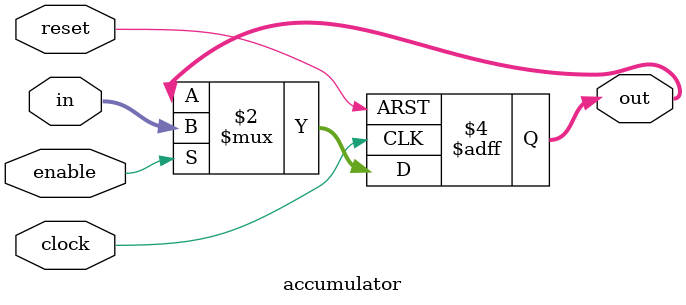
<source format=v>
`timescale 1ns / 1ps


module accumulator(
    input clock,
    input reset,
    input enable,
    input [7:0] in,
    output reg [7:0] out
    );
    
    always @ (posedge clock or posedge reset) begin
        if (reset) 
            out <= 8'b0;
        else if (enable) 
            out <= in;
    end
endmodule

</source>
